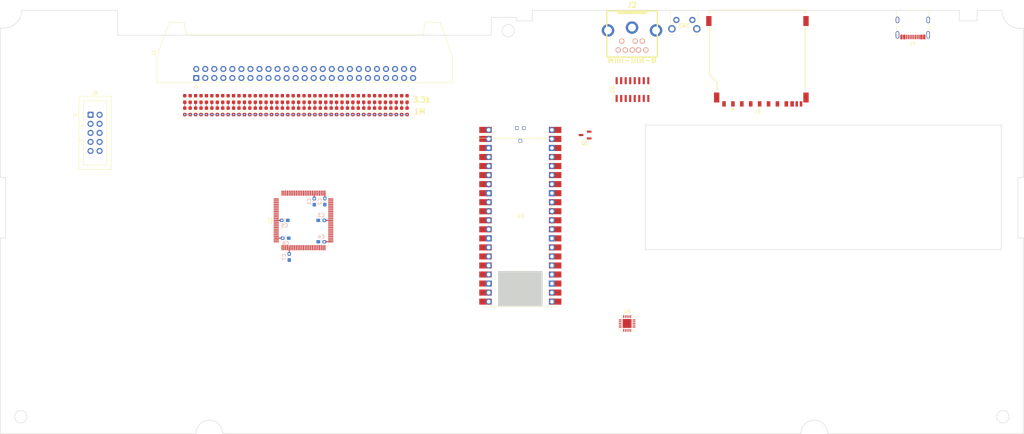
<source format=kicad_pcb>
(kicad_pcb (version 20221018) (generator pcbnew)
  (layers (0 "F.Cu" signal) (31 "B.Cu" signal) (34 "B.Paste" user) (35 "F.Paste" user) (36 "B.SilkS" user "B.Silkscreen") (37 "F.SilkS" user "F.Silkscreen") (38 "B.Mask" user) (39 "F.Mask" user) (44 "Edge.Cuts" user))
  (net 0 "")
  (net 1 "/A12")
  (net 2 "/A11")
  (net 3 "/A14")
  (net 4 "/A13")
  (net 5 "/A1")
  (net 6 "/A2")
  (net 7 "/A15")
  (net 8 "/A0")
  (net 9 "/A4")
  (net 10 "/A3")
  (net 11 "/A6")
  (net 12 "/A5")
  (net 13 "/A10")
  (net 14 "/A7")
  (net 15 "/A8")
  (net 16 "/A9")
  (net 17 "/D0")
  (net 18 "/D1")
  (net 19 "/D2")
  (net 20 "/D3")
  (net 21 "/D4")
  (net 22 "/D5")
  (net 23 "/D6")
  (net 24 "/D7")
  (net 25 "/~{BUSRQ}")
  (net 26 "/~{BUSAK}")
  (net 27 "/~{M1}")
  (net 28 "/~{WAIT}")
  (net 29 "/VL")
  (net 30 "/~{HLTA}")
  (net 31 "GND")
  (net 32 "/~{RS}")
  (net 33 "/SPI")
  (net 34 "/~{RD}")
  (net 35 "/~{MREQ}")
  (net 36 "/~{WR}")
  (net 37 "/~{CLK}")
  (net 38 "/VCH")
  (net 39 "/~{IORQ}")
  (net 40 "/DCAS")
  (net 41 "/DW")
  (net 42 "/~{INTEX}")
  (net 43 "/OFF")
  (net 44 "/~{RXD}")
  (net 45 "/~{TXD}")
  (net 46 "/VB1")
  (net 47 "/~{BK2}")
  (net 48 "/CG")
  (net 53 "+3.3V")
  (net 78 "/BA1")
  (net 79 "/BA2")
  (net 91 "/BA15")
  (net 92 "/BA0")
  (net 93 "/BA4")
  (net 94 "/BA3")
  (net 95 "/BA6")
  (net 96 "/BA11")
  (net 97 "/BA12")
  (net 98 "/BA13")
  (net 99 "/BA14")
  (net 100 "/BA5")
  (net 101 "/BA10")
  (net 102 "/BA7")
  (net 103 "/BA8")
  (net 104 "/BA9")
  (net 105 "/BD0")
  (net 106 "/BD1")
  (net 107 "/BD2")
  (net 108 "/BD3")
  (net 109 "/BD4")
  (net 110 "/BD5")
  (net 111 "/BD6")
  (net 112 "/BD7")
  (net 113 "/B~{BUSRQ}")
  (net 114 "/B~{BUSAK}")
  (net 115 "/B~{M1}")
  (net 116 "/B~{WAIT}")
  (net 117 "/B~{HLTA}")
  (net 118 "/B~{RS}")
  (net 119 "/B~{RD}")
  (net 120 "/B~{MREQ}")
  (net 121 "/B~{WR}")
  (net 122 "/B~{CLK}")
  (net 123 "/B~{IORQ}")
  (net 124 "/BDCAS")
  (net 125 "/BDW")
  (net 126 "/B~{INTEX}")
  (net 127 "/BOFF")
  (net 128 "/B~{RXD}")
  (net 129 "/B~{TXD}")
  (net 130 "/B~{BK2}")
  (net 198 "Net-(U5-V_{SS}-Pad10)")
  (net 201 "Net-(U5-V_{BAT}-Pad14)")
  (net 204 "Net-(U5-IN-Pad18)")
  (net 206 "Net-(J4-GND-PadA1)")
  (net 207 "Net-(J4-VBUS-PadA4)")
  (net 215 "Net-(J5-TMS)")
  (net 216 "Net-(J5-TCK)")
  (net 217 "Net-(J5-TDO)")
  (net 218 "Net-(J5-TDI)")
  (net 219 "Net-(Q1-D)")
  (net 220 "/VBUS")
  (net 221 "/VSYS")
  (net 222 "/USB_D+")
  (net 223 "/USB_D-")
  (net 224 "/SD_CS")
  (net 225 "/SD_MOSI")
  (net 226 "/SD_CLK")
  (net 227 "/SD_MISO")
  (net 228 "/SD_CD")
  (net 229 "/SD_WP")
  (net 230 "/BTN_FAILSAFE")
  (footprint "Package_SO:SOP-16_3.9x9.9mm_P1.27mm" (layer "F.Cu") (at 247.8532 111.5822 90)
    (fp_text reference "U2")
    (fp_text value "MAX3232")
  )
  (footprint "Resistor_SMD:R_0603_1608Metric_Pad0.98x0.95mm_HandSolder" (layer "F.Cu") (at 131.1739 114.213 90)
    (fp_text reference "R13" hide)
    (fp_text value "3.3k")
  )
  (footprint "Resistor_SMD:R_0603_1608Metric_Pad0.98x0.95mm_HandSolder" (layer "F.Cu") (at 179.9419 114.213 90)
    (fp_text reference "R77" hide)
    (fp_text value "3.3k")
  )
  (footprint "Resistor_SMD:R_0603_1608Metric_Pad0.98x0.95mm_HandSolder" (layer "F.Cu") (at 181.4659 117.6928 -90)
    (fp_text reference "R80" hide)
    (fp_text value "1M")
  )
  (footprint "Resistor_SMD:R_0603_1608Metric_Pad0.98x0.95mm_HandSolder" (layer "F.Cu") (at 152.5099 117.6928 -90)
    (fp_text reference "R42" hide)
    (fp_text value "1M")
  )
  (footprint "Resistor_SMD:R_0603_1608Metric_Pad0.98x0.95mm_HandSolder" (layer "F.Cu") (at 184.5139 114.213 90)
    (fp_text reference "R83" hide)
    (fp_text value "3.3k")
  )
  (footprint "Resistor_SMD:R_0603_1608Metric_Pad0.98x0.95mm_HandSolder" (layer "F.Cu") (at 163.1779 117.6928 -90)
    (fp_text reference "R56" hide)
    (fp_text value "1M")
  )
  (footprint "Resistor_SMD:R_0603_1608Metric_Pad0.98x0.95mm_HandSolder" (layer "F.Cu") (at 157.0819 114.213 90)
    (fp_text reference "R47" hide)
    (fp_text value "3.3k")
  )
  (footprint "Resistor_SMD:R_0603_1608Metric_Pad0.98x0.95mm_HandSolder" (layer "F.Cu") (at 128.1259 114.2149 90)
    (fp_text reference "R9" hide)
    (fp_text value "3.3k")
  )
  (footprint "Resistor_SMD:R_0603_1608Metric_Pad0.98x0.95mm_HandSolder" (layer "F.Cu") (at 149.4619 117.6928 -90)
    (fp_text reference "R38" hide)
    (fp_text value "1M")
  )
  (footprint "Resistor_SMD:R_0603_1608Metric_Pad0.98x0.95mm_HandSolder" (layer "F.Cu") (at 128.1259 117.6928 -90)
    (fp_text reference "R10" hide)
    (fp_text value "1M")
  )
  (footprint "Resistor_SMD:R_0603_1608Metric_Pad0.98x0.95mm_HandSolder" (layer "F.Cu") (at 173.8459 117.6928 -90)
    (fp_text reference "R70" hide)
    (fp_text value "1M")
  )
  (footprint "Resistor_SMD:R_0603_1608Metric_Pad0.98x0.95mm_HandSolder" (layer "F.Cu") (at 172.3219 114.2149 90)
    (fp_text reference "R67" hide)
    (fp_text value "3.3k")
  )
  (footprint "Resistor_SMD:R_0603_1608Metric_Pad0.98x0.95mm_HandSolder" (layer "F.Cu") (at 160.1299 117.6928 -90)
    (fp_text reference "R52" hide)
    (fp_text value "1M")
  )
  (footprint "Resistor_SMD:R_0603_1608Metric_Pad0.98x0.95mm_HandSolder" (layer "F.Cu") (at 170.7979 114.213 90)
    (fp_text reference "R65" hide)
    (fp_text value "3.3k")
  )
  (footprint "Resistor_SMD:R_0603_1608Metric_Pad0.98x0.95mm_HandSolder" (layer "F.Cu") (at 166.2259 114.213 90)
    (fp_text reference "R59" hide)
    (fp_text value "3.3k")
  )
  (footprint "Resistor_SMD:R_0603_1608Metric_Pad0.98x0.95mm_HandSolder" (layer "F.Cu") (at 141.8467 114.2187 90)
    (fp_text reference "R27" hide)
    (fp_text value "3.3k")
  )
  (footprint "Resistor_SMD:R_0603_1608Metric_Pad0.98x0.95mm_HandSolder" (layer "F.Cu") (at 170.7979 117.6928 -90)
    (fp_text reference "R66" hide)
    (fp_text value "1M")
  )
  (footprint "Resistor_SMD:R_0603_1608Metric_Pad0.98x0.95mm_HandSolder" (layer "F.Cu") (at 141.8419 117.6928 -90)
    (fp_text reference "R28" hide)
    (fp_text value "1M")
  )
  (footprint "Resistor_SMD:R_0603_1608Metric_Pad0.98x0.95mm_HandSolder" (layer "F.Cu") (at 150.9859 117.6928 -90)
    (fp_text reference "R40" hide)
    (fp_text value "1M")
  )
  (footprint "Resistor_SMD:R_0603_1608Metric_Pad0.98x0.95mm_HandSolder" (layer "F.Cu") (at 144.8899 114.2149 90)
    (fp_text reference "R31" hide)
    (fp_text value "3.3k")
  )
  (footprint "Resistor_SMD:R_0603_1608Metric_Pad0.98x0.95mm_HandSolder" (layer "F.Cu") (at 182.9899 117.6928 -90)
    (fp_text reference "R82" hide)
    (fp_text value "1M")
  )
  (footprint "Resistor_SMD:R_0603_1608Metric_Pad0.98x0.95mm_HandSolder" (layer "F.Cu") (at 172.3219 117.6928 -90)
    (fp_text reference "R68" hide)
    (fp_text value "1M")
  )
  (footprint "Resistor_SMD:R_0603_1608Metric_Pad0.98x0.95mm_HandSolder" (layer "F.Cu") (at 169.2739 117.6928 -90)
    (fp_text reference "R64" hide)
    (fp_text value "1M")
  )
  (footprint "Resistor_SMD:R_0603_1608Metric_Pad0.98x0.95mm_HandSolder" (layer "F.Cu") (at 169.2739 114.213 90)
    (fp_text reference "R63" hide)
    (fp_text value "3.3k")
  )
  (footprint "Resistor_SMD:R_0603_1608Metric_Pad0.98x0.95mm_HandSolder" (layer "F.Cu") (at 125.0779 114.213 90)
    (fp_text reference "R5" hide)
    (fp_text value "3.3k")
  )
  (footprint "Resistor_SMD:R_0603_1608Metric_Pad0.98x0.95mm_HandSolder" (layer "F.Cu") (at 163.1779 114.213 90)
    (fp_text reference "R55" hide)
    (fp_text value "3.3k")
  )
  (footprint "Resistor_SMD:R_0603_1608Metric_Pad0.98x0.95mm_HandSolder" (layer "F.Cu") (at 146.4139 117.6928 -90)
    (fp_text reference "R34" hide)
    (fp_text value "1M")
  )
  (footprint "Resistor_SMD:R_0603_1608Metric_Pad0.98x0.95mm_HandSolder" (layer "F.Cu") (at 166.2259 117.6928 -90)
    (fp_text reference "R60" hide)
    (fp_text value "1M")
  )
  (footprint "Package_TO_SOT_SMD:SOT-23-3" (layer "F.Cu") (at 234.5381 124.3584 180)
    (fp_text reference "Q1")
    (fp_text value "Q_PMOS_DGS")
  )
  (footprint "Package_QFP:TQFP-100_14x14mm_P0.5mm" (layer "F.Cu") (at 155.3958 148.3443 90)
    (fp_text reference "U1")
    (fp_text value "XC95144XL-TQ100")
  )
  (footprint "Resistor_SMD:R_0603_1608Metric_Pad0.98x0.95mm_HandSolder" (layer "F.Cu") (at 122.0299 117.6947 -90)
    (fp_text reference "R4" hide)
    (fp_text value "1M")
  )
  (footprint "Resistor_SMD:R_0603_1608Metric_Pad0.98x0.95mm_HandSolder" (layer "F.Cu") (at 123.5539 117.6928 -90)
    (fp_text reference "R2" hide)
    (fp_text value "1M")
  )
  (footprint "Resistor_SMD:R_0603_1608Metric_Pad0.98x0.95mm_HandSolder" (layer "F.Cu") (at 157.0819 117.6928 -90)
    (fp_text reference "R48" hide)
    (fp_text value "1M")
  )
  (footprint "Resistor_SMD:R_0603_1608Metric_Pad0.98x0.95mm_HandSolder" (layer "F.Cu") (at 138.7939 117.6928 -90)
    (fp_text reference "R24" hide)
    (fp_text value "1M")
  )
  (footprint "Resistor_SMD:R_0603_1608Metric_Pad0.98x0.95mm_HandSolder" (layer "F.Cu") (at 164.7019 117.6928 -90)
    (fp_text reference "R58" hide)
    (fp_text value "1M")
  )
  (footprint "Resistor_SMD:R_0603_1608Metric_Pad0.98x0.95mm_HandSolder" (layer "F.Cu") (at 178.4179 117.6928 -90)
    (fp_text reference "R76" hide)
    (fp_text value "1M")
  )
  (footprint "Resistor_SMD:R_0603_1608Metric_Pad0.98x0.95mm_HandSolder" (layer "F.Cu") (at 176.8939 117.6928 -90)
    (fp_text reference "R74" hide)
    (fp_text value "1M")
  )
  (footprint "Resistor_SMD:R_0603_1608Metric_Pad0.98x0.95mm_HandSolder" (layer "F.Cu") (at 135.7439 117.6928 -90)
    (fp_text reference "R20" hide)
    (fp_text value "1M")
  )
  (footprint "Resistor_SMD:R_0603_1608Metric_Pad0.98x0.95mm_HandSolder" (layer "F.Cu") (at 155.5579 114.2149 90)
    (fp_text reference "R45" hide)
    (fp_text value "3.3k")
  )
  (footprint "Package_DFN_QFN:QFN-20-1EP_4x4mm_P0.5mm_EP2.5x2.5mm" (layer "F.Cu") (at 246.3452 177.3103)
    (fp_text reference "U5")
    (fp_text value "MCP73871-2CC")
  )
  (footprint "Resistor_SMD:R_0603_1608Metric_Pad0.98x0.95mm_HandSolder" (layer "F.Cu") (at 164.7019 114.213 90)
    (fp_text reference "R57" hide)
    (fp_text value "3.3k")
  )
  (footprint "Resistor_SMD:R_0603_1608Metric_Pad0.98x0.95mm_HandSolder" (layer "F.Cu") (at 147.9379 117.6928 -90)
    (fp_text reference "R36" hide)
    (fp_text value "1M")
  )
  (footprint "Resistor_SMD:R_0603_1608Metric_Pad0.98x0.95mm_HandSolder" (layer "F.Cu") (at 150.9859 114.2149 90)
    (fp_text reference "R39" hide)
    (fp_text value "3.3k")
  )
  (footprint "Resistor_SMD:R_0603_1608Metric_Pad0.98x0.95mm_HandSolder" (layer "F.Cu") (at 149.4619 114.2149 90)
    (fp_text reference "R37" hide)
    (fp_text value "3.3k")
  )
  (footprint "Resistor_SMD:R_0603_1608Metric_Pad0.98x0.95mm_HandSolder" (layer "F.Cu") (at 137.2699 117.6928 -90)
    (fp_text reference "R22" hide)
    (fp_text value "1M")
  )
  (footprint "Connector_DIN:minidin-8" (layer "F.Cu") (at 247.7262 95.95866 180)
    (fp_text reference "J2")
    (fp_text value "Mini-DIN-8")
  )
  (footprint "Resistor_SMD:R_0603_1608Metric_Pad0.98x0.95mm_HandSolder" (layer "F.Cu") (at 144.8899 117.6928 -90)
    (fp_text reference "R32" hide)
    (fp_text value "1M")
  )
  (footprint "Resistor_SMD:R_0603_1608Metric_Pad0.98x0.95mm_HandSolder" (layer "F.Cu") (at 161.6539 114.213 90)
    (fp_text reference "R53" hide)
    (fp_text value "3.3k")
  )
  (footprint "Resistor_SMD:R_0603_1608Metric_Pad0.98x0.95mm_HandSolder" (layer "F.Cu") (at 181.4659 114.213 90)
    (fp_text reference "R79" hide)
    (fp_text value "3.3k")
  )
  (footprint "Resistor_SMD:R_0603_1608Metric_Pad0.98x0.95mm_HandSolder" (layer "F.Cu") (at 134.2219 117.6928 -90)
    (fp_text reference "R18" hide)
    (fp_text value "1M")
  )
  (footprint "Resistor_SMD:R_0603_1608Metric_Pad0.98x0.95mm_HandSolder" (layer "F.Cu") (at 158.6059 114.213 90)
    (fp_text reference "R49" hide)
    (fp_text value "3.3k")
  )
  (footprint "Resistor_SMD:R_0603_1608Metric_Pad0.98x0.95mm_HandSolder" (layer "F.Cu") (at 143.3707 114.2187 90)
    (fp_text reference "R29" hide)
    (fp_text value "3.3k")
  )
  (footprint "Resistor_SMD:R_0603_1608Metric_Pad0.98x0.95mm_HandSolder" (layer "F.Cu") (at 158.6059 117.6928 -90)
    (fp_text reference "R50" hide)
    (fp_text value "1M")
  )
  (footprint "Resistor_SMD:R_0603_1608Metric_Pad0.98x0.95mm_HandSolder" (layer "F.Cu") (at 146.4139 114.2149 90)
    (fp_text reference "R33" hide)
    (fp_text value "3.3k")
  )
  (footprint "Resistor_SMD:R_0603_1608Metric_Pad0.98x0.95mm_HandSolder" (layer "F.Cu") (at 129.6499 117.6928 -90)
    (fp_text reference "R12" hide)
    (fp_text value "1M")
  )
  (footprint "Resistor_SMD:R_0603_1608Metric_Pad0.98x0.95mm_HandSolder" (layer "F.Cu") (at 140.3227 114.2187 90)
    (fp_text reference "R25" hide)
    (fp_text value "3.3k")
  )
  (footprint "Resistor_SMD:R_0603_1608Metric_Pad0.98x0.95mm_HandSolder" (layer "F.Cu") (at 140.3179 117.6928 -90)
    (fp_text reference "R26" hide)
    (fp_text value "1M")
  )
  (footprint "Resistor_SMD:R_0603_1608Metric_Pad0.98x0.95mm_HandSolder" (layer "F.Cu") (at 152.5099 114.2149 90)
    (fp_text reference "R41" hide)
    (fp_text value "3.3k")
  )
  (footprint "Connector_USB:USB_C_Receptacle_G-Switch_GT-USB-7010ASV" (layer "F.Cu") (at 326.646 93.0738 180)
    (fp_text reference "J4")
    (fp_text value "USB_C_Receptacle_USB2.0")
  )
  (footprint "Resistor_SMD:R_0603_1608Metric_Pad0.98x0.95mm_HandSolder" (layer "F.Cu") (at 176.8939 114.213 90)
    (fp_text reference "R73" hide)
    (fp_text value "3.3k")
  )
  (footprint "Resistor_SMD:R_0603_1608Metric_Pad0.98x0.95mm_HandSolder" (layer "F.Cu") (at 155.5579 117.6928 -90)
    (fp_text reference "R46" hide)
    (fp_text value "1M")
  )
  (footprint "Resistor_SMD:R_0603_1608Metric_Pad0.98x0.95mm_HandSolder" (layer "F.Cu") (at 178.4179 114.213 90)
    (fp_text reference "R75" hide)
    (fp_text value "3.3k")
  )
  (footprint "Connector_IDC:IDC-Header_2x05_P2.54mm_Vertical" (layer "F.Cu") (at 95.5548 118.6688)
    (fp_text reference "J5")
    (fp_text value "CONN_CPLD_JTAG")
  )
  (footprint "Resistor_SMD:R_0603_1608Metric_Pad0.98x0.95mm_HandSolder" (layer "F.Cu") (at 126.6019 114.213 90)
    (fp_text reference "R7" hide)
    (fp_text value "3.3k")
  )
  (footprint "Resistor_SMD:R_0603_1608Metric_Pad0.98x0.95mm_HandSolder" (layer "F.Cu") (at 173.8459 114.2149 90)
    (fp_text reference "R69" hide)
    (fp_text value "3.3k")
  )
  (footprint "Resistor_SMD:R_0603_1608Metric_Pad0.98x0.95mm_HandSolder" (layer "F.Cu") (at 122.0299 114.2149 90)
    (fp_text reference "R3" hide)
    (fp_text value "3.3k")
  )
  (footprint "Resistor_SMD:R_0603_1608Metric_Pad0.98x0.95mm_HandSolder" (layer "F.Cu") (at 160.1299 114.213 90)
    (fp_text reference "R51" hide)
    (fp_text value "3.3k")
  )
  (footprint "Resistor_SMD:R_0603_1608Metric_Pad0.98x0.95mm_HandSolder" (layer "F.Cu") (at 137.2747 114.2168 90)
    (fp_text reference "R21" hide)
    (fp_text value "3.3k")
  )
  (footprint "Resistor_SMD:R_0603_1608Metric_Pad0.98x0.95mm_HandSolder" (layer "F.Cu") (at 154.0339 114.213 90)
    (fp_text reference "R43" hide)
    (fp_text value "3.3k")
  )
  (footprint "Resistor_SMD:R_0603_1608Metric_Pad0.98x0.95mm_HandSolder" (layer "F.Cu") (at 132.6939 117.6928 -90)
    (fp_text reference "R16" hide)
    (fp_text value "1M")
  )
  (footprint "Resistor_SMD:R_0603_1608Metric_Pad0.98x0.95mm_HandSolder" (layer "F.Cu") (at 184.5139 117.6928 -90)
    (fp_text reference "R84" hide)
    (fp_text value "1M")
  )
  (footprint "Resistor_SMD:R_0603_1608Metric_Pad0.98x0.95mm_HandSolder" (layer "F.Cu") (at 167.7499 117.6928 -90)
    (fp_text reference "R62" hide)
    (fp_text value "1M")
  )
  (footprint "Resistor_SMD:R_0603_1608Metric_Pad0.98x0.95mm_HandSolder" (layer "F.Cu") (at 161.6539 117.6928 -90)
    (fp_text reference "R54" hide)
    (fp_text value "1M")
  )
  (footprint "Resistor_SMD:R_0603_1608Metric_Pad0.98x0.95mm_HandSolder" (layer "F.Cu") (at 134.2219 114.213 90)
    (fp_text reference "R17" hide)
    (fp_text value "3.3k")
  )
  (footprint "Resistor_SMD:R_0603_1608Metric_Pad0.98x0.95mm_HandSolder" (layer "F.Cu") (at 131.1739 117.6928 -90)
    (fp_text reference "R14" hide)
    (fp_text value "1M")
  )
  (footprint "Resistor_SMD:R_0603_1608Metric_Pad0.98x0.95mm_HandSolder" (layer "F.Cu") (at 123.5539 114.213 90)
    (fp_text reference "R1" hide)
    (fp_text value "3.3k")
  )
  (footprint "Resistor_SMD:R_0603_1608Metric_Pad0.98x0.95mm_HandSolder" (layer "F.Cu") (at 132.6979 114.2149 90)
    (fp_text reference "R15" hide)
    (fp_text value "3.3k")
  )
  (footprint "Button_Switch_THT:SW_Tactile_SPST_Angled_PTS645Vx39-2LFS" (layer "F.Cu") (at 260.1832 92.0161)
    (fp_text reference "SW1")
    (fp_text value "SW_Push")
  )
  (footprint "Resistor_SMD:R_0603_1608Metric_Pad0.98x0.95mm_HandSolder" (layer "F.Cu") (at 154.0339 117.6928 -90)
    (fp_text reference "R44" hide)
    (fp_text value "1M")
  )
  (footprint "Resistor_SMD:R_0603_1608Metric_Pad0.98x0.95mm_HandSolder" (layer "F.Cu") (at 129.6451 114.213 90)
    (fp_text reference "R11" hide)
    (fp_text value "3.3k")
  )
  (footprint "Resistor_SMD:R_0603_1608Metric_Pad0.98x0.95mm_HandSolder" (layer "F.Cu") (at 125.0779 117.6928 -90)
    (fp_text reference "R6" hide)
    (fp_text value "1M")
  )
  (footprint "Resistor_SMD:R_0603_1608Metric_Pad0.98x0.95mm_HandSolder" (layer "F.Cu") (at 182.9899 114.213 90)
    (fp_text reference "R81" hide)
    (fp_text value "3.3k")
  )
  (footprint "Resistor_SMD:R_0603_1608Metric_Pad0.98x0.95mm_HandSolder" (layer "F.Cu") (at 175.3699 117.6928 -90)
    (fp_text reference "R72" hide)
    (fp_text value "1M")
  )
  (footprint "Resistor_SMD:R_0603_1608Metric_Pad0.98x0.95mm_HandSolder" (layer "F.Cu") (at 147.9379 114.2149 90)
    (fp_text reference "R35" hide)
    (fp_text value "3.3k")
  )
  (footprint "Resistor_SMD:R_0603_1608Metric_Pad0.98x0.95mm_HandSolder" (layer "F.Cu") (at 175.3699 114.2149 90)
    (fp_text reference "R71" hide)
    (fp_text value "3.3k")
  )
  (footprint "Resistor_SMD:R_0603_1608Metric_Pad0.98x0.95mm_HandSolder" (layer "F.Cu") (at 138.7987 114.2187 90)
    (fp_text reference "R23" hide)
    (fp_text value "3.3k")
  )
  (footprint "Resistor_SMD:R_0603_1608Metric_Pad0.98x0.95mm_HandSolder" (layer "F.Cu") (at 126.6019 117.6928 -90)
    (fp_text reference "R8" hide)
    (fp_text value "1M")
  )
  (footprint "Resistor_SMD:R_0603_1608Metric_Pad0.98x0.95mm_HandSolder" (layer "F.Cu") (at 179.9419 117.6928 -90)
    (fp_text reference "R78" hide)
    (fp_text value "1M")
  )
  (footprint "hans-kicad-footprints:Wuerth SD Card 693063010911" (layer "F.Cu") (at 282.9662 102.1036 180)
    (property "VALUE" "693063010911")
    (fp_text reference "J3")
    (fp_text value "693063010911")
  )
  (footprint "Resistor_SMD:R_0603_1608Metric_Pad0.98x0.95mm_HandSolder" (layer "F.Cu") (at 167.7499 114.213 90)
    (fp_text reference "R61" hide)
    (fp_text value "3.3k")
  )
  (footprint "Resistor_SMD:R_0603_1608Metric_Pad0.98x0.95mm_HandSolder" (layer "F.Cu") (at 143.3659 117.6928 -90)
    (fp_text reference "R30" hide)
    (fp_text value "1M")
  )
  (footprint "Resistor_SMD:R_0603_1608Metric_Pad0.98x0.95mm_HandSolder" (layer "F.Cu") (at 135.7459 114.2149 90)
    (fp_text reference "R19" hide)
    (fp_text value "3.3k")
  )
  (footprint "Connector_IDC:IDC-Header_2x25_P2.54mm_Latch_Horizontal" (layer "F.Cu") (at 125.25 108.331 90)
    (fp_text reference "J1")
    (fp_text value "PX-8 Expansion Port")
  )
  (footprint "RPI PIco:RPi_Pico_SMD_TH" (layer "F.Cu") (at 216.3318 147.0406)
    (fp_text reference "U3")
    (fp_text value "Pico_W")
    (fp_rect (start -6.2 15.6) (end 6.2 25.4) (stroke (width 0.12)) (fill solid) (layer "Edge.Cuts"))
  )
  (footprint "Capacitor_SMD:C_0603_1608Metric_Pad1.08x0.95mm_HandSolder" (layer "B.Cu") (at 160.401 148.336 180)
    (fp_text reference "C3")
    (fp_text value "100nF")
  )
  (footprint "Capacitor_SMD:C_0603_1608Metric_Pad1.08x0.95mm_HandSolder" (layer "B.Cu") (at 161.3916 143.0528 -90)
    (fp_text reference "C2")
    (fp_text value "100nF")
  )
  (footprint "Capacitor_SMD:C_0603_1608Metric_Pad1.08x0.95mm_HandSolder" (layer "B.Cu") (at 151.384 158.6241 -90)
    (fp_text reference "C7")
    (fp_text value "100nF")
  )
  (footprint "Capacitor_SMD:C_0603_1608Metric_Pad1.08x0.95mm_HandSolder" (layer "B.Cu") (at 150.1151 148.336)
    (fp_text reference "C5")
    (fp_text value "100nF")
  )
  (footprint "Capacitor_SMD:C_0603_1608Metric_Pad1.08x0.95mm_HandSolder" (layer "B.Cu") (at 160.4021 154.3558 180)
    (fp_text reference "C4")
    (fp_text value "100nF")
  )
  (footprint "Capacitor_SMD:C_0603_1608Metric_Pad1.08x0.95mm_HandSolder" (layer "B.Cu") (at 158.4198 143.0793 -90)
    (fp_text reference "C1")
    (fp_text value "100nF")
  )
  (footprint "Capacitor_SMD:C_0603_1608Metric_Pad1.08x0.95mm_HandSolder" (layer "B.Cu") (at 150.3945 153.3398)
    (fp_text reference "C6")
    (fp_text value "100nF")
  )
  (gr_line (start 132.7 208.28) (end 295.2 208.28) (stroke (width 0.12)) (layer "Edge.Cuts"))
  (gr_line (start 357.7 208.28) (end 357.7 153.28) (stroke (width 0.12)) (layer "Edge.Cuts"))
  (gr_line (start 357.7 136.28) (end 357.7 94.354941) (stroke (width 0.12)) (layer "Edge.Cuts"))
  (gr_line (start 251.4852 121.5402) (end 351.4852 121.5402) (stroke (width 0.12)) (layer "Edge.Cuts"))
  (gr_line (start 70.2 153.28) (end 71.7 153.28) (stroke (width 0.12)) (layer "Edge.Cuts"))
  (gr_line (start 356.2 153.28) (end 356.2 136.28) (stroke (width 0.12)) (layer "Edge.Cuts"))
  (gr_line (start 70.2 208.28) (end 125.2 208.28) (stroke (width 0.12)) (layer "Edge.Cuts"))
  (gr_line (start 251.4852 156.5402) (end 251.4852 121.5402) (stroke (width 0.12)) (layer "Edge.Cuts"))
  (gr_line (start 70.2 208.28) (end 70.2 153.28) (stroke (width 0.12)) (layer "Edge.Cuts"))
  (gr_circle (center 351.95 203.53) (end 353.7 203.53) (stroke (width 0.12)) (fill none) (layer "Edge.Cuts"))
  (gr_line (start 339.7 92.28) (end 344.7 92.28) (stroke (width 0.12)) (layer "Edge.Cuts"))
  (gr_line (start 351.4852 156.5402) (end 251.4852 156.5402) (stroke (width 0.12)) (layer "Edge.Cuts"))
  (gr_line (start 103.2 89.28) (end 103.2 96.28) (stroke (width 0.12)) (layer "Edge.Cuts"))
  (gr_line (start 219.7 89.28) (end 339.7 89.28) (stroke (width 0.12)) (layer "Edge.Cuts"))
  (gr_arc (start 76.2 89.28) (mid 74.735534 92.815534) (end 71.2 94.28) (stroke (width 0.12)) (layer "Edge.Cuts"))
  (gr_line (start 215.2 92.28) (end 219.7 92.28) (stroke (width 0.12)) (layer "Edge.Cuts"))
  (gr_circle (center 75.95 203.53) (end 77.7 203.53) (stroke (width 0.12)) (fill none) (layer "Edge.Cuts"))
  (gr_line (start 71.7 153.28) (end 71.7 136.28) (stroke (width 0.12)) (layer "Edge.Cuts"))
  (gr_line (start 339.7 89.28) (end 339.7 92.28) (stroke (width 0.12)) (layer "Edge.Cuts"))
  (gr_line (start 103.2 96.28) (end 208.2 96.28) (stroke (width 0.12)) (layer "Edge.Cuts"))
  (gr_line (start 70.2 136.28) (end 70.2 94.28) (stroke (width 0.12)) (layer "Edge.Cuts"))
  (gr_circle (center 212.95 95.03) (end 214.7 95.03) (stroke (width 0.12)) (fill none) (layer "Edge.Cuts"))
  (gr_line (start 344.7 92.28) (end 344.7 89.28) (stroke (width 0.12)) (layer "Edge.Cuts"))
  (gr_arc (start 295.2 208.28) (mid 298.95 204.493968) (end 302.7 208.28) (stroke (width 0.12)) (layer "Edge.Cuts"))
  (gr_line (start 219.7 92.28) (end 219.7 89.28) (stroke (width 0.12)) (layer "Edge.Cuts"))
  (gr_line (start 351.4852 121.5402) (end 351.4852 156.5402) (stroke (width 0.12)) (layer "Edge.Cuts"))
  (gr_line (start 76.2 89.28) (end 103.2 89.28) (stroke (width 0.12)) (layer "Edge.Cuts"))
  (gr_line (start 302.7 208.28) (end 357.7 208.28) (stroke (width 0.12)) (layer "Edge.Cuts"))
  (gr_line (start 357.7 94.354941) (end 356.7 94.354941) (stroke (width 0.12)) (layer "Edge.Cuts"))
  (gr_line (start 208.2 96.28) (end 208.2 91.28) (stroke (width 0.12)) (layer "Edge.Cuts"))
  (gr_line (start 71.7 136.28) (end 70.2 136.28) (stroke (width 0.12)) (layer "Edge.Cuts"))
  (gr_line (start 208.2 91.28) (end 215.2 91.28) (stroke (width 0.12)) (layer "Edge.Cuts"))
  (gr_line (start 344.7 89.28) (end 351.7 89.28) (stroke (width 0.12)) (layer "Edge.Cuts"))
  (gr_line (start 357.7 153.28) (end 356.2 153.28) (stroke (width 0.12)) (layer "Edge.Cuts"))
  (gr_arc (start 125.2 208.28) (mid 128.95 204.493968) (end 132.7 208.28) (stroke (width 0.12)) (layer "Edge.Cuts"))
  (gr_line (start 356.2 136.28) (end 357.7 136.28) (stroke (width 0.12)) (layer "Edge.Cuts"))
  (gr_line (start 215.2 91.28) (end 215.2 92.28) (stroke (width 0.12)) (layer "Edge.Cuts"))
  (gr_line (start 70.2 94.28) (end 71.2 94.28) (stroke (width 0.12)) (layer "Edge.Cuts"))
  (gr_arc (start 356.7 94.354941) (mid 353.137876 92.863914) (end 351.7 89.28) (stroke (width 0.12)) (layer "Edge.Cuts"))
  (gr_text "3.3k" (at 186.0379 115.3344) (layer "F.SilkS") (effects (font (size 1.5 1.5) (thickness 0.3) bold) (justify left bottom)))
  (gr_text "1M" (at 186.2919 118.6364) (layer "F.SilkS") (effects (font (size 1.5 1.5) (thickness 0.3) bold) (justify left bottom)))
  (segment (start 122.0299 118.6072) (end 122.0083 118.6072) (width 0.127) (layer "F.Cu") (net 31))
  (segment (start 122.0083 118.6072) (end 122.0045 118.611) (width 0.127) (layer "F.Cu") (net 31))
  (via (at 160.1299 118.6053) (size 0.5) (drill 0.3) (layers "F.Cu" "B.Cu") (net 31))
  (via (at 141.8419 118.6053) (size 0.5) (drill 0.3) (layers "F.Cu" "B.Cu") (net 31))
  (via (at 181.4659 118.6053) (size 0.5) (drill 0.3) (layers "F.Cu" "B.Cu") (net 31))
  (via (at 161.6539 118.6053) (size 0.5) (drill 0.3) (layers "F.Cu" "B.Cu") (net 31))
  (via (at 172.3219 118.6053) (size 0.5) (drill 0.3) (layers "F.Cu" "B.Cu") (net 31))
  (via (at 129.6499 118.6053) (size 0.5) (drill 0.3) (layers "F.Cu" "B.Cu") (net 31))
  (via (at 144.8899 118.6053) (size 0.5) (drill 0.3) (layers "F.Cu" "B.Cu") (net 31))
  (via (at 150.9859 118.6053) (size 0.5) (drill 0.3) (layers "F.Cu" "B.Cu") (net 31))
  (via (at 138.7939 118.6053) (size 0.5) (drill 0.3) (layers "F.Cu" "B.Cu") (net 31))
  (via (at 131.1739 118.6053) (size 0.5) (drill 0.3) (layers "F.Cu" "B.Cu") (net 31))
  (via (at 146.4139 118.6053) (size 0.5) (drill 0.3) (layers "F.Cu" "B.Cu") (net 31))
  (via (at 178.4179 118.6053) (size 0.5) (drill 0.3) (layers "F.Cu" "B.Cu") (net 31))
  (via (at 176.8939 118.6053) (size 0.5) (drill 0.3) (layers "F.Cu" "B.Cu") (net 31))
  (via (at 132.6939 118.6053) (size 0.5) (drill 0.3) (layers "F.Cu" "B.Cu") (net 31))
  (via (at 154.0339 118.6053) (size 0.5) (drill 0.3) (layers "F.Cu" "B.Cu") (net 31))
  (via (at 128.1259 118.6053) (size 0.5) (drill 0.3) (layers "F.Cu" "B.Cu") (net 31))
  (via (at 179.9419 118.6053) (size 0.5) (drill 0.3) (layers "F.Cu" "B.Cu") (net 31))
  (via (at 152.5099 118.6053) (size 0.5) (drill 0.3) (layers "F.Cu" "B.Cu") (net 31))
  (via (at 169.2739 118.6053) (size 0.5) (drill 0.3) (layers "F.Cu" "B.Cu") (net 31))
  (via (at 166.2259 118.6053) (size 0.5) (drill 0.3) (layers "F.Cu" "B.Cu") (net 31))
  (via (at 123.5539 118.6053) (size 0.5) (drill 0.3) (layers "F.Cu" "B.Cu") (net 31))
  (via (at 147.9379 118.6053) (size 0.5) (drill 0.3) (layers "F.Cu" "B.Cu") (net 31))
  (via (at 182.9899 118.6053) (size 0.5) (drill 0.3) (layers "F.Cu" "B.Cu") (net 31))
  (via (at 122.0045 118.611) (size 0.5) (drill 0.3) (layers "F.Cu" "B.Cu") (net 31))
  (via (at 137.2699 118.6053) (size 0.5) (drill 0.3) (layers "F.Cu" "B.Cu") (net 31))
  (via (at 157.0819 118.6053) (size 0.5) (drill 0.3) (layers "F.Cu" "B.Cu") (net 31))
  (via (at 125.0779 118.6053) (size 0.5) (drill 0.3) (layers "F.Cu" "B.Cu") (net 31))
  (via (at 140.3179 118.6053) (size 0.5) (drill 0.3) (layers "F.Cu" "B.Cu") (net 31))
  (via (at 143.3659 118.6053) (size 0.5) (drill 0.3) (layers "F.Cu" "B.Cu") (net 31))
  (via (at 149.4619 118.6053) (size 0.5) (drill 0.3) (layers "F.Cu" "B.Cu") (net 31))
  (via (at 170.7979 118.6053) (size 0.5) (drill 0.3) (layers "F.Cu" "B.Cu") (net 31))
  (via (at 164.7019 118.6053) (size 0.5) (drill 0.3) (layers "F.Cu" "B.Cu") (net 31))
  (via (at 134.2219 118.6053) (size 0.5) (drill 0.3) (layers "F.Cu" "B.Cu") (net 31))
  (via (at 175.3699 118.6053) (size 0.5) (drill 0.3) (layers "F.Cu" "B.Cu") (net 31))
  (via (at 158.6059 118.6053) (size 0.5) (drill 0.3) (layers "F.Cu" "B.Cu") (net 31))
  (via (at 163.1779 118.6053) (size 0.5) (drill 0.3) (layers "F.Cu" "B.Cu") (net 31))
  (via (at 155.5579 118.6053) (size 0.5) (drill 0.3) (layers "F.Cu" "B.Cu") (net 31))
  (via (at 167.7499 118.6053) (size 0.5) (drill 0.3) (layers "F.Cu" "B.Cu") (net 31))
  (via (at 126.6019 118.6053) (size 0.5) (drill 0.3) (layers "F.Cu" "B.Cu") (net 31))
  (via (at 135.7439 118.6053) (size 0.5) (drill 0.3) (layers "F.Cu" "B.Cu") (net 31))
  (via (at 173.8459 118.6053) (size 0.5) (drill 0.3) (layers "F.Cu" "B.Cu") (net 31))
  (via (at 184.5139 118.6053) (size 0.5) (drill 0.3) (layers "F.Cu" "B.Cu") (net 31))
  (segment (start 169.2739 118.6053) (end 170.7979 118.6053) (width 0.127) (layer "B.Cu") (net 31))
  (segment (start 141.8419 118.6053) (end 143.3659 118.6053) (width 0.127) (layer "B.Cu") (net 31))
  (segment (start 134.2219 118.6053) (end 135.7439 118.6053) (width 0.127) (layer "B.Cu") (net 31))
  (segment (start 182.9899 118.6053) (end 184.5139 118.6053) (width 0.127) (layer "B.Cu") (net 31))
  (segment (start 140.3179 118.6053) (end 141.8419 118.6053) (width 0.127) (layer "B.Cu") (net 31))
  (segment (start 143.3659 118.6053) (end 144.8899 118.6053) (width 0.127) (layer "B.Cu") (net 31))
  (segment (start 150.9859 118.6053) (end 152.5099 118.6053) (width 0.127) (layer "B.Cu") (net 31))
  (segment (start 155.5579 118.6053) (end 157.0819 118.6053) (width 0.127) (layer "B.Cu") (net 31))
  (segment (start 161.6539 118.6053) (end 162.9239 118.6053) (width 0.127) (layer "B.Cu") (net 31))
  (segment (start 152.5099 118.6053) (end 154.0339 118.6053) (width 0.127) (layer "B.Cu") (net 31))
  (segment (start 129.6499 118.6053) (end 131.1739 118.6053) (width 0.127) (layer "B.Cu") (net 31))
  (segment (start 181.4659 118.6053) (end 182.9899 118.6053) (width 0.127) (layer "B.Cu") (net 31))
  (segment (start 172.3219 118.6053) (end 173.8459 118.6053) (width 0.127) (layer "B.Cu") (net 31))
  (segment (start 178.4179 118.6053) (end 179.9419 118.6053) (width 0.127) (layer "B.Cu") (net 31))
  (segment (start 128.1259 118.6053) (end 129.6499 118.6053) (width 0.127) (layer "B.Cu") (net 31))
  (segment (start 122.0045 118.611) (end 123.5482 118.611) (width 0.127) (layer "B.Cu") (net 31))
  (segment (start 126.6019 118.6053) (end 128.1259 118.6053) (width 0.127) (layer "B.Cu") (net 31))
  (segment (start 162.9239 118.6053) (end 164.7019 118.6053) (width 0.127) (layer "B.Cu") (net 31))
  (segment (start 166.2259 118.6053) (end 167.7499 118.6053) (width 0.127) (layer "B.Cu") (net 31))
  (segment (start 167.7499 118.6053) (end 169.2739 118.6053) (width 0.127) (layer "B.Cu") (net 31))
  (segment (start 154.0339 118.6053) (end 155.5579 118.6053) (width 0.127) (layer "B.Cu") (net 31))
  (segment (start 147.9379 118.6053) (end 149.4619 118.6053) (width 0.127) (layer "B.Cu") (net 31))
  (segment (start 131.1739 118.6053) (end 132.6939 118.6053) (width 0.127) (layer "B.Cu") (net 31))
  (segment (start 164.7019 118.6053) (end 166.2259 118.6053) (width 0.127) (layer "B.Cu") (net 31))
  (segment (start 179.9419 118.6053) (end 181.4659 118.6053) (width 0.127) (layer "B.Cu") (net 31))
  (segment (start 137.2699 118.6053) (end 138.7939 118.6053) (width 0.127) (layer "B.Cu") (net 31))
  (segment (start 125.0779 118.6053) (end 126.6019 118.6053) (width 0.127) (layer "B.Cu") (net 31))
  (segment (start 170.7979 118.6053) (end 172.3219 118.6053) (width 0.127) (layer "B.Cu") (net 31))
  (segment (start 162.9239 118.6053) (end 163.1779 118.6053) (width 0.127) (layer "B.Cu") (net 31))
  (segment (start 132.6939 118.6053) (end 134.2219 118.6053) (width 0.127) (layer "B.Cu") (net 31))
  (segment (start 157.0819 118.6053) (end 158.6059 118.6053) (width 0.127) (layer "B.Cu") (net 31))
  (segment (start 149.4619 118.6053) (end 150.9859 118.6053) (width 0.127) (layer "B.Cu") (net 31))
  (segment (start 123.5539 118.6053) (end 125.0779 118.6053) (width 0.127) (layer "B.Cu") (net 31))
  (segment (start 135.7439 118.6053) (end 137.2699 118.6053) (width 0.127) (layer "B.Cu") (net 31))
  (segment (start 146.4139 118.6053) (end 147.9379 118.6053) (width 0.127) (layer "B.Cu") (net 31))
  (segment (start 160.1299 118.6053) (end 161.6539 118.6053) (width 0.127) (layer "B.Cu") (net 31))
  (segment (start 158.6059 118.6053) (end 160.1299 118.6053) (width 0.127) (layer "B.Cu") (net 31))
  (segment (start 173.8459 118.6053) (end 175.3699 118.6053) (width 0.127) (layer "B.Cu") (net 31))
  (segment (start 138.7939 118.6053) (end 140.3179 118.6053) (width 0.127) (layer "B.Cu") (net 31))
  (segment (start 175.3699 118.6053) (end 176.8939 118.6053) (width 0.127) (layer "B.Cu") (net 31))
  (segment (start 176.8939 118.6053) (end 178.4179 118.6053) (width 0.127) (layer "B.Cu") (net 31))
  (segment (start 123.5482 118.611) (end 123.5539 118.6053) (width 0.127) (layer "B.Cu") (net 31))
  (segment (start 144.8899 118.6053) (end 146.4139 118.6053) (width 0.127) (layer "B.Cu") (net 31))
  (segment (start 161.2718 148.3443) (end 161.2635 148.336) (width 0.254) (layer "F.Cu") (net 53))
  (segment (start 147.7333 148.3443) (end 149.2443 148.3443) (width 0.254) (layer "F.Cu") (net 53))
  (segment (start 149.5275 153.3443) (end 149.532 153.3398) (width 0.254) (layer "F.Cu") (net 53))
  (segment (start 161.3958 140.6818) (end 161.3958 142.1861) (width 0.254) (layer "F.Cu") (net 53))
  (segment (start 149.2443 148.3443) (end 149.2526 148.336) (width 0.254) (layer "F.Cu") (net 53))
  (segment (start 161.3958 142.1861) (end 161.3916 142.1903) (width 0.254) (layer "F.Cu") (net 53))
  (segment (start 163.0583 148.3443) (end 161.2718 148.3443) (width 0.254) (layer "F.Cu") (net 53))
  (segment (start 151.3958 156.0068) (end 151.3958 157.7498) (width 0.254) (layer "F.Cu") (net 53))
  (segment (start 151.3958 157.7498) (end 151.384 157.7616) (width 0.254) (layer "F.Cu") (net 53))
  (segment (start 147.7333 153.3443) (end 149.5275 153.3443) (width 0.254) (layer "F.Cu") (net 53))
  (segment (start 158.3958 142.1928) (end 158.4198 142.2168) (width 0.254) (layer "F.Cu") (net 53))
  (segment (start 158.3958 140.6818) (end 158.3958 142.1928) (width 0.254) (layer "F.Cu") (net 53))
  (segment (start 163.0583 154.3443) (end 161.2761 154.3443) (width 0.254) (layer "F.Cu") (net 53))
  (segment (start 161.2761 154.3443) (end 161.2646 154.3558) (width 0.254) (layer "F.Cu") (net 53))
  (via (at 161.3916 142.1903) (size 0.8) (drill 0.5) (layers "F.Cu" "B.Cu") (net 53))
  (via (at 161.2635 148.336) (size 0.8) (drill 0.5) (layers "F.Cu" "B.Cu") (net 53))
  (via (at 158.4198 142.2168) (size 0.8) (drill 0.5) (layers "F.Cu" "B.Cu") (net 53))
  (via (at 161.2646 154.3558) (size 0.8) (drill 0.5) (layers "F.Cu" "B.Cu") (net 53))
  (via (at 149.2526 148.336) (size 0.8) (drill 0.5) (layers "F.Cu" "B.Cu") (net 53))
  (via (at 151.384 157.7616) (size 0.8) (drill 0.5) (layers "F.Cu" "B.Cu") (net 53))
  (via (at 149.532 153.3398) (size 0.8) (drill 0.5) (layers "F.Cu" "B.Cu") (net 53))
  (segment (start 128.1259 115.1274) (end 128.1259 116.7803) (width 0.127) (layer "F.Cu") (net 78))
  (segment (start 129.6451 115.1255) (end 129.6451 116.7755) (width 0.127) (layer "F.Cu") (net 79))
  (segment (start 129.6451 116.7755) (end 129.6499 116.7803) (width 0.127) (layer "F.Cu") (net 79))
  (segment (start 131.1739 115.1255) (end 131.1739 116.7803) (width 0.127) (layer "F.Cu") (net 91))
  (segment (start 132.6979 116.7763) (end 132.6939 116.7803) (width 0.127) (layer "F.Cu") (net 92))
  (segment (start 132.6979 115.1274) (end 132.6979 116.7763) (width 0.127) (layer "F.Cu") (net 92))
  (segment (start 134.2219 115.1255) (end 134.2219 116.7803) (width 0.127) (layer "F.Cu") (net 93))
  (segment (start 135.7459 115.1274) (end 135.7459 116.7783) (width 0.127) (layer "F.Cu") (net 94))
  (segment (start 135.7459 116.7783) (end 135.7439 116.7803) (width 0.127) (layer "F.Cu") (net 94))
  (segment (start 137.2747 115.1293) (end 137.2747 116.7755) (width 0.127) (layer "F.Cu") (net 95))
  (segment (start 137.2747 116.7755) (end 137.2699 116.7803) (width 0.127) (layer "F.Cu") (net 95))
  (segment (start 123.5539 115.1255) (end 123.5539 116.7803) (width 0.127) (layer "F.Cu") (net 96))
  (segment (start 122.0299 115.1274) (end 122.0299 116.7822) (width 0.127) (layer "F.Cu") (net 97))
  (segment (start 126.6019 115.1255) (end 126.6019 116.7803) (width 0.127) (layer "F.Cu") (net 98))
  (segment (start 125.0779 115.1255) (end 125.0779 116.7803) (width 0.127) (layer "F.Cu") (net 99))
  (segment (start 138.7987 116.7755) (end 138.7939 116.7803) (width 0.127) (layer "F.Cu") (net 100))
  (segment (start 138.7987 115.1312) (end 138.7987 116.7755) (width 0.127) (layer "F.Cu") (net 100))
  (segment (start 140.3227 116.7755) (end 140.3179 116.7803) (width 0.127) (layer "F.Cu") (net 101))
  (segment (start 140.3227 115.1312) (end 140.3227 116.7755) (width 0.127) (layer "F.Cu") (net 101))
  (segment (start 141.8467 116.7755) (end 141.8419 116.7803) (width 0.127) (layer "F.Cu") (net 102))
  (segment (start 141.8467 115.1312) (end 141.8467 116.7755) (width 0.127) (layer "F.Cu") (net 102))
  (segment (start 143.3707 116.7755) (end 143.3659 116.7803) (width 0.127) (layer "F.Cu") (net 103))
  (segment (start 143.3707 115.1312) (end 143.3707 116.7755) (width 0.127) (layer "F.Cu") (net 103))
  (segment (start 144.8899 115.1274) (end 144.8899 116.7803) (width 0.127) (layer "F.Cu") (net 104))
  (segment (start 146.4139 115.1274) (end 146.4139 116.7803) (width 0.127) (layer "F.Cu") (net 105))
  (segment (start 147.9379 115.1274) (end 147.9379 116.7803) (width 0.127) (layer "F.Cu") (net 106))
  (segment (start 149.4619 115.1274) (end 149.4619 116.7803) (width 0.127) (layer "F.Cu") (net 107))
  (segment (start 150.9859 115.1274) (end 150.9859 116.7803) (width 0.127) (layer "F.Cu") (net 108))
  (segment (start 152.5099 115.1274) (end 152.5099 116.7803) (width 0.127) (layer "F.Cu") (net 109))
  (segment (start 154.0339 115.1255) (end 154.0339 116.7803) (width 0.127) (layer "F.Cu") (net 110))
  (segment (start 155.5579 115.1274) (end 155.5579 116.7803) (width 0.127) (layer "F.Cu") (net 111))
  (segment (start 157.0819 115.1255) (end 157.0819 116.7803) (width 0.127) (layer "F.Cu") (net 112))
  (segment (start 158.6059 115.1255) (end 158.6059 116.7803) (width 0.127) (layer "F.Cu") (net 113))
  (segment (start 160.1299 115.1255) (end 160.1299 116.7803) (width 0.127) (layer "F.Cu") (net 114))
  (segment (start 161.6539 115.1255) (end 161.6539 116.7803) (width 0.127) (layer "F.Cu") (net 115))
  (segment (start 163.1779 115.1255) (end 163.1779 116.7803) (width 0.127) (layer "F.Cu") (net 116))
  (segment (start 164.7019 115.1255) (end 164.7019 116.7803) (width 0.127) (layer "F.Cu") (net 117))
  (segment (start 166.2259 115.1255) (end 166.2259 116.7803) (width 0.127) (layer "F.Cu") (net 118))
  (segment (start 167.7499 115.1255) (end 167.7499 116.7803) (width 0.127) (layer "F.Cu") (net 119))
  (segment (start 169.2739 115.1255) (end 169.2739 116.7803) (width 0.127) (layer "F.Cu") (net 120))
  (segment (start 170.7979 115.1255) (end 170.7979 116.7803) (width 0.127) (layer "F.Cu") (net 121))
  (segment (start 172.3219 115.1274) (end 172.3219 116.7803) (width 0.127) (layer "F.Cu") (net 122))
  (segment (start 173.8459 115.1274) (end 173.8459 116.7803) (width 0.127) (layer "F.Cu") (net 123))
  (segment (start 175.3699 115.1274) (end 175.3699 116.7803) (width 0.127) (layer "F.Cu") (net 124))
  (segment (start 176.8939 115.1255) (end 176.8939 116.7803) (width 0.127) (layer "F.Cu") (net 125))
  (segment (start 178.4179 115.1255) (end 178.4179 116.7803) (width 0.127) (layer "F.Cu") (net 126))
  (segment (start 179.9419 115.1255) (end 179.9419 116.7803) (width 0.127) (layer "F.Cu") (net 127))
  (segment (start 181.4659 115.1255) (end 181.4659 116.7803) (width 0.127) (layer "F.Cu") (net 128))
  (segment (start 182.9899 115.1255) (end 182.9899 116.7803) (width 0.127) (layer "F.Cu") (net 129))
  (segment (start 184.5139 115.1255) (end 184.5139 116.7803) (width 0.127) (layer "F.Cu") (net 130))
)
</source>
